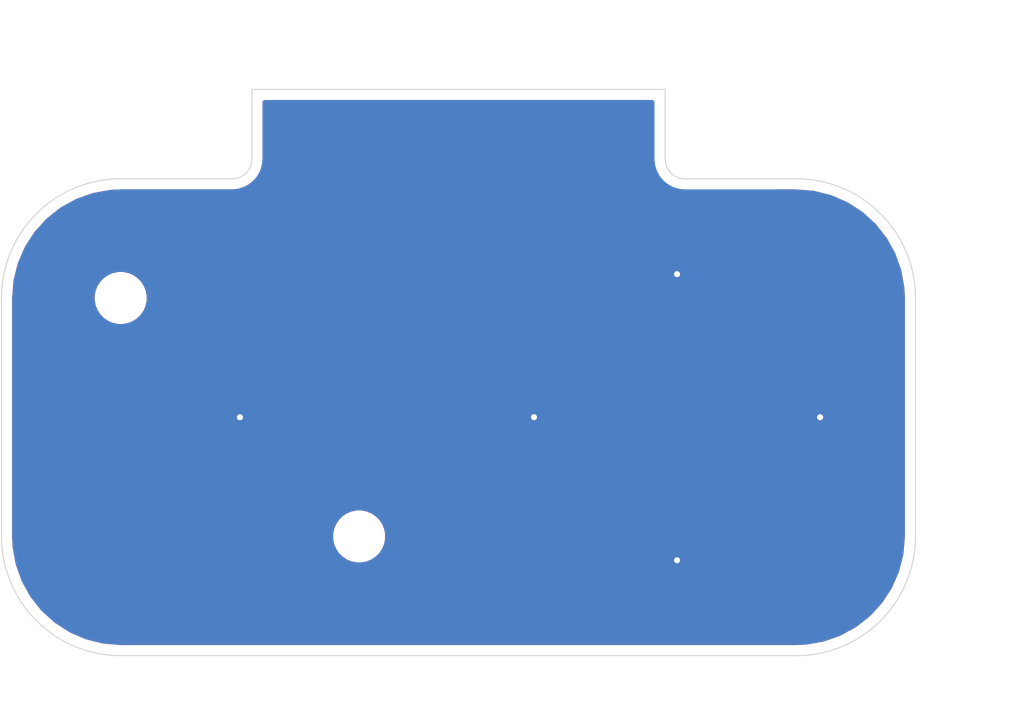
<source format=kicad_pcb>
(kicad_pcb (version 20171130) (host pcbnew "(5.1.9-0-10_14)")

  (general
    (thickness 1.6)
    (drawings 17)
    (tracks 97)
    (zones 0)
    (modules 6)
    (nets 9)
  )

  (page A4)
  (title_block
    (title "Breadboard Controller")
    (date 2020-08-24)
    (rev 2.0)
    (company https://github.com/KimiakiK)
  )

  (layers
    (0 F.Cu signal)
    (31 B.Cu signal)
    (32 B.Adhes user)
    (33 F.Adhes user)
    (34 B.Paste user)
    (35 F.Paste user)
    (36 B.SilkS user)
    (37 F.SilkS user)
    (38 B.Mask user)
    (39 F.Mask user)
    (40 Dwgs.User user)
    (41 Cmts.User user)
    (42 Eco1.User user)
    (43 Eco2.User user)
    (44 Edge.Cuts user)
    (45 Margin user)
    (46 B.CrtYd user)
    (47 F.CrtYd user)
    (48 B.Fab user)
    (49 F.Fab user)
  )

  (setup
    (last_trace_width 0.3048)
    (trace_clearance 0.3048)
    (zone_clearance 0.508)
    (zone_45_only no)
    (trace_min 0.1524)
    (via_size 0.6096)
    (via_drill 0.3048)
    (via_min_size 0.6096)
    (via_min_drill 0.3048)
    (uvia_size 0.3)
    (uvia_drill 0.1)
    (uvias_allowed no)
    (uvia_min_size 0.2)
    (uvia_min_drill 0.1)
    (edge_width 0.05)
    (segment_width 0.2)
    (pcb_text_width 0.3)
    (pcb_text_size 1.5 1.5)
    (mod_edge_width 0.12)
    (mod_text_size 1 1)
    (mod_text_width 0.15)
    (pad_size 1.524 1.524)
    (pad_drill 0.762)
    (pad_to_mask_clearance 0.051)
    (solder_mask_min_width 0.25)
    (aux_axis_origin 0 0)
    (visible_elements FFFFFF7F)
    (pcbplotparams
      (layerselection 0x010fc_ffffffff)
      (usegerberextensions true)
      (usegerberattributes false)
      (usegerberadvancedattributes false)
      (creategerberjobfile false)
      (excludeedgelayer true)
      (linewidth 0.100000)
      (plotframeref false)
      (viasonmask false)
      (mode 1)
      (useauxorigin false)
      (hpglpennumber 1)
      (hpglpenspeed 20)
      (hpglpendiameter 15.000000)
      (psnegative false)
      (psa4output false)
      (plotreference true)
      (plotvalue true)
      (plotinvisibletext false)
      (padsonsilk false)
      (subtractmaskfromsilk false)
      (outputformat 1)
      (mirror false)
      (drillshape 0)
      (scaleselection 1)
      (outputdirectory "BreadboardController/"))
  )

  (net 0 "")
  (net 1 GND)
  (net 2 /SW1)
  (net 3 /RV1)
  (net 4 /RV2)
  (net 5 /SW4)
  (net 6 /SW3)
  (net 7 /SW2)
  (net 8 VCC)

  (net_class Default "これはデフォルトのネット クラスです。"
    (clearance 0.3048)
    (trace_width 0.3048)
    (via_dia 0.6096)
    (via_drill 0.3048)
    (uvia_dia 0.3)
    (uvia_drill 0.1)
    (diff_pair_width 0.3048)
    (diff_pair_gap 0.3048)
    (add_net /RV1)
    (add_net /RV2)
    (add_net /SW1)
    (add_net /SW2)
    (add_net /SW3)
    (add_net /SW4)
    (add_net GND)
    (add_net VCC)
  )

  (module BreadboardController:SW_SMD (layer F.Cu) (tedit 5F44F51F) (tstamp 5E98A0FA)
    (at 158.2 90 270)
    (path /5E98AA4F)
    (fp_text reference SW1 (at 0 4.2) (layer F.SilkS) hide
      (effects (font (size 1.4 1.4) (thickness 0.2)))
    )
    (fp_text value SW_Push (at 0.2 4.4 90) (layer F.Fab) hide
      (effects (font (size 1 1) (thickness 0.15)))
    )
    (fp_line (start 3.1 -3.1) (end 3.1 3.1) (layer F.Fab) (width 0.1))
    (fp_line (start -3.1 -3.1) (end 3.1 -3.1) (layer F.Fab) (width 0.1))
    (fp_line (start -3.1 3.1) (end -3.1 -3.1) (layer F.Fab) (width 0.1))
    (fp_line (start 3.1 3.1) (end -3.1 3.1) (layer F.Fab) (width 0.1))
    (fp_circle (center 0 0) (end 1.5 0) (layer F.Fab) (width 0.1))
    (pad 2 smd rect (at 2.8 -2 270) (size 2 1.2) (layers F.Cu F.Paste F.Mask)
      (net 1 GND))
    (pad 1 smd rect (at 2.8 2 270) (size 2 1.2) (layers F.Cu F.Paste F.Mask)
      (net 2 /SW1))
    (pad 2 smd rect (at -2.8 -2 270) (size 2 1.2) (layers F.Cu F.Paste F.Mask)
      (net 1 GND))
    (pad 1 smd rect (at -2.8 2 270) (size 2 1.2) (layers F.Cu F.Paste F.Mask)
      (net 2 /SW1))
  )

  (module BreadboardController:SW_SMD (layer F.Cu) (tedit 5F44F51F) (tstamp 5E98A113)
    (at 151 97.2 180)
    (path /5E98B059)
    (fp_text reference SW2 (at 0 4.4 180) (layer F.SilkS) hide
      (effects (font (size 1.4 1.4) (thickness 0.2)))
    )
    (fp_text value SW_Push (at 0.2 4.4) (layer F.Fab) hide
      (effects (font (size 1 1) (thickness 0.15)))
    )
    (fp_line (start 3.1 -3.1) (end 3.1 3.1) (layer F.Fab) (width 0.1))
    (fp_line (start -3.1 -3.1) (end 3.1 -3.1) (layer F.Fab) (width 0.1))
    (fp_line (start -3.1 3.1) (end -3.1 -3.1) (layer F.Fab) (width 0.1))
    (fp_line (start 3.1 3.1) (end -3.1 3.1) (layer F.Fab) (width 0.1))
    (fp_circle (center 0 0) (end 1.5 0) (layer F.Fab) (width 0.1))
    (pad 2 smd rect (at 2.8 -2 180) (size 2 1.2) (layers F.Cu F.Paste F.Mask)
      (net 1 GND))
    (pad 1 smd rect (at 2.8 2 180) (size 2 1.2) (layers F.Cu F.Paste F.Mask)
      (net 7 /SW2))
    (pad 2 smd rect (at -2.8 -2 180) (size 2 1.2) (layers F.Cu F.Paste F.Mask)
      (net 1 GND))
    (pad 1 smd rect (at -2.8 2 180) (size 2 1.2) (layers F.Cu F.Paste F.Mask)
      (net 7 /SW2))
  )

  (module BreadboardController:SW_SMD (layer F.Cu) (tedit 5F44F51F) (tstamp 5E98A12C)
    (at 143.8 90 90)
    (path /5E98D870)
    (fp_text reference SW3 (at 0 4.2 180) (layer F.SilkS) hide
      (effects (font (size 1.4 1.4) (thickness 0.2)))
    )
    (fp_text value SW_Push (at 0.2 4.4 90) (layer F.Fab) hide
      (effects (font (size 1 1) (thickness 0.15)))
    )
    (fp_line (start 3.1 -3.1) (end 3.1 3.1) (layer F.Fab) (width 0.1))
    (fp_line (start -3.1 -3.1) (end 3.1 -3.1) (layer F.Fab) (width 0.1))
    (fp_line (start -3.1 3.1) (end -3.1 -3.1) (layer F.Fab) (width 0.1))
    (fp_line (start 3.1 3.1) (end -3.1 3.1) (layer F.Fab) (width 0.1))
    (fp_circle (center 0 0) (end 1.5 0) (layer F.Fab) (width 0.1))
    (pad 2 smd rect (at 2.8 -2 90) (size 2 1.2) (layers F.Cu F.Paste F.Mask)
      (net 1 GND))
    (pad 1 smd rect (at 2.8 2 90) (size 2 1.2) (layers F.Cu F.Paste F.Mask)
      (net 6 /SW3))
    (pad 2 smd rect (at -2.8 -2 90) (size 2 1.2) (layers F.Cu F.Paste F.Mask)
      (net 1 GND))
    (pad 1 smd rect (at -2.8 2 90) (size 2 1.2) (layers F.Cu F.Paste F.Mask)
      (net 6 /SW3))
  )

  (module BreadboardController:SW_SMD (layer F.Cu) (tedit 5F44F51F) (tstamp 5E98A145)
    (at 151 82.8)
    (path /5E98DE77)
    (fp_text reference SW4 (at 0 4.4) (layer F.SilkS) hide
      (effects (font (size 1.4 1.4) (thickness 0.2)))
    )
    (fp_text value SW_Push (at 0.2 4.4) (layer F.Fab) hide
      (effects (font (size 1 1) (thickness 0.15)))
    )
    (fp_line (start 3.1 -3.1) (end 3.1 3.1) (layer F.Fab) (width 0.1))
    (fp_line (start -3.1 -3.1) (end 3.1 -3.1) (layer F.Fab) (width 0.1))
    (fp_line (start -3.1 3.1) (end -3.1 -3.1) (layer F.Fab) (width 0.1))
    (fp_line (start 3.1 3.1) (end -3.1 3.1) (layer F.Fab) (width 0.1))
    (fp_circle (center 0 0) (end 1.5 0) (layer F.Fab) (width 0.1))
    (pad 2 smd rect (at 2.8 -2) (size 2 1.2) (layers F.Cu F.Paste F.Mask)
      (net 1 GND))
    (pad 1 smd rect (at 2.8 2) (size 2 1.2) (layers F.Cu F.Paste F.Mask)
      (net 5 /SW4))
    (pad 2 smd rect (at -2.8 -2) (size 2 1.2) (layers F.Cu F.Paste F.Mask)
      (net 1 GND))
    (pad 1 smd rect (at -2.8 2) (size 2 1.2) (layers F.Cu F.Paste F.Mask)
      (net 5 /SW4))
  )

  (module BreadboardController:Connecter_SMD_8pin (layer F.Cu) (tedit 5F44F028) (tstamp 5E98A0CB)
    (at 140 76 270)
    (path /5E9861CB)
    (fp_text reference J1 (at 0 -2.6 90) (layer F.SilkS) hide
      (effects (font (size 1 1) (thickness 0.15)))
    )
    (fp_text value Connector (at 0.2 12.816 90) (layer F.Fab) hide
      (effects (font (size 1 1) (thickness 0.15)))
    )
    (pad 7 smd rect (at 0 -6.35 270) (size 2.799999 1) (layers F.Cu F.Paste F.Mask)
      (net 7 /SW2))
    (pad 6 smd rect (at 0 -3.81 270) (size 2.799999 1) (layers F.Cu F.Paste F.Mask)
      (net 6 /SW3))
    (pad 5 smd rect (at 0 -1.27 270) (size 2.799999 1) (layers F.Cu F.Paste F.Mask)
      (net 5 /SW4))
    (pad 4 smd rect (at 0 1.27 270) (size 2.799999 1) (layers F.Cu F.Paste F.Mask)
      (net 4 /RV2))
    (pad 3 smd rect (at 0 3.81 270) (size 2.799999 1) (layers F.Cu F.Paste F.Mask)
      (net 3 /RV1))
    (pad 2 smd rect (at 0 6.35 270) (size 2.799999 1) (layers F.Cu F.Paste F.Mask)
      (net 8 VCC))
    (pad 1 smd rect (at 0 8.89 270) (size 2.799999 1) (layers F.Cu F.Paste F.Mask)
      (net 1 GND))
    (pad 8 smd rect (at 0 -8.89 270) (size 2.799999 1) (layers F.Cu F.Paste F.Mask)
      (net 2 /SW1))
  )

  (module BreadboardController:AnalogJoyStick (layer F.Cu) (tedit 5F44EF01) (tstamp 5E98A0E1)
    (at 129 90)
    (path /5E984B36)
    (fp_text reference RV1 (at 0 9.6) (layer F.SilkS) hide
      (effects (font (size 1 1) (thickness 0.15)))
    )
    (fp_text value AnalogJoyStick (at 0 0) (layer F.Fab) hide
      (effects (font (size 1 1) (thickness 0.15)))
    )
    (fp_line (start -8.75 8.75) (end 8.75 8.75) (layer F.Fab) (width 0.1))
    (fp_line (start -8.75 -8.75) (end 8.75 -8.75) (layer F.Fab) (width 0.1))
    (fp_line (start -8.75 -8.75) (end -8.75 8.75) (layer F.Fab) (width 0.1))
    (fp_line (start 8.75 -8.75) (end 8.75 8.75) (layer F.Fab) (width 0.1))
    (pad "" np_thru_hole circle (at 6 6) (size 1.6 1.6) (drill 1.6) (layers *.Cu *.Mask))
    (pad "" np_thru_hole circle (at -6 -6) (size 1.6 1.6) (drill 1.6) (layers *.Cu *.Mask))
    (pad 6 smd rect (at 8.6 -2) (size 2 1) (layers F.Cu F.Paste F.Mask)
      (net 1 GND))
    (pad 5 smd rect (at 8.6 0) (size 2 1) (layers F.Cu F.Paste F.Mask)
      (net 4 /RV2))
    (pad 4 smd rect (at 8.6 2) (size 2 1) (layers F.Cu F.Paste F.Mask)
      (net 8 VCC))
    (pad 3 smd rect (at -2 -8.6) (size 1 2) (layers F.Cu F.Paste F.Mask)
      (net 1 GND))
    (pad 2 smd rect (at 0 -8.6) (size 1 2) (layers F.Cu F.Paste F.Mask)
      (net 3 /RV1))
    (pad 1 smd rect (at 2 -8.6) (size 1 2) (layers F.Cu F.Paste F.Mask)
      (net 8 VCC))
  )

  (dimension 20.8 (width 0.15) (layer Dwgs.User)
    (gr_text "20.800 mm" (at 140 69.7) (layer Dwgs.User)
      (effects (font (size 1 1) (thickness 0.15)))
    )
    (feature1 (pts (xy 150.4 72.9) (xy 150.4 70.413579)))
    (feature2 (pts (xy 129.6 72.9) (xy 129.6 70.413579)))
    (crossbar (pts (xy 129.6 71) (xy 150.4 71)))
    (arrow1a (pts (xy 150.4 71) (xy 149.273496 71.586421)))
    (arrow1b (pts (xy 150.4 71) (xy 149.273496 70.413579)))
    (arrow2a (pts (xy 129.6 71) (xy 130.726504 71.586421)))
    (arrow2b (pts (xy 129.6 71) (xy 130.726504 70.413579)))
  )
  (gr_line (start 117 84) (end 117 96) (layer Edge.Cuts) (width 0.05) (tstamp 5E98A469))
  (gr_line (start 157 102) (end 123 102) (layer Edge.Cuts) (width 0.05) (tstamp 5E98A468))
  (gr_line (start 163 84) (end 163 96) (layer Edge.Cuts) (width 0.05) (tstamp 5E98A467))
  (gr_line (start 151.4 78) (end 157 78) (layer Edge.Cuts) (width 0.05) (tstamp 5E98A462))
  (gr_line (start 150.4 73.5) (end 150.4 77) (layer Edge.Cuts) (width 0.05) (tstamp 5E98A461))
  (gr_line (start 129.6 73.5) (end 150.4 73.5) (layer Edge.Cuts) (width 0.05) (tstamp 5E98A460))
  (gr_line (start 129.6 77) (end 129.6 73.5) (layer Edge.Cuts) (width 0.05) (tstamp 5E98A45F))
  (gr_line (start 123 78) (end 128.6 78) (layer Edge.Cuts) (width 0.05) (tstamp 5E98A45E))
  (gr_arc (start 128.6 77) (end 128.6 78) (angle -90) (layer Edge.Cuts) (width 0.05) (tstamp 5E98A44A))
  (gr_arc (start 151.4 77) (end 150.4 77) (angle -90) (layer Edge.Cuts) (width 0.05))
  (dimension 46 (width 0.15) (layer Dwgs.User) (tstamp 5E98A3EF)
    (gr_text "46.000 mm" (at 140 105.6) (layer Dwgs.User) (tstamp 5E98A3EF)
      (effects (font (size 1 1) (thickness 0.15)))
    )
    (feature1 (pts (xy 117 103) (xy 117 104.886421)))
    (feature2 (pts (xy 163 103) (xy 163 104.886421)))
    (crossbar (pts (xy 163 104.3) (xy 117 104.3)))
    (arrow1a (pts (xy 117 104.3) (xy 118.126504 103.713579)))
    (arrow1b (pts (xy 117 104.3) (xy 118.126504 104.886421)))
    (arrow2a (pts (xy 163 104.3) (xy 161.873496 103.713579)))
    (arrow2b (pts (xy 163 104.3) (xy 161.873496 104.886421)))
  )
  (gr_arc (start 157 84) (end 163 84) (angle -90) (layer Edge.Cuts) (width 0.05) (tstamp 5E98A3E8))
  (gr_arc (start 157 96) (end 157 102) (angle -90) (layer Edge.Cuts) (width 0.05) (tstamp 5E98A3E4))
  (gr_arc (start 123 84) (end 123 78) (angle -90) (layer Edge.Cuts) (width 0.05) (tstamp 5E98A3DF))
  (gr_arc (start 123 96) (end 117 96) (angle -90) (layer Edge.Cuts) (width 0.05))
  (dimension 28.5 (width 0.15) (layer Dwgs.User)
    (gr_text "28.500 mm" (at 167.1 87.75 270) (layer Dwgs.User)
      (effects (font (size 1 1) (thickness 0.15)))
    )
    (feature1 (pts (xy 164 102) (xy 166.386421 102)))
    (feature2 (pts (xy 164 73.5) (xy 166.386421 73.5)))
    (crossbar (pts (xy 165.8 73.5) (xy 165.8 102)))
    (arrow1a (pts (xy 165.8 102) (xy 165.213579 100.873496)))
    (arrow1b (pts (xy 165.8 102) (xy 166.386421 100.873496)))
    (arrow2a (pts (xy 165.8 73.5) (xy 165.213579 74.626504)))
    (arrow2b (pts (xy 165.8 73.5) (xy 166.386421 74.626504)))
  )

  (segment (start 141.8 88.5048) (end 141.8 92.8) (width 0.3048) (layer F.Cu) (net 1))
  (segment (start 141.8 87.2) (end 141.8 88.5048) (width 0.3048) (layer F.Cu) (net 1))
  (segment (start 152.4952 80.8) (end 148.2 80.8) (width 0.3048) (layer F.Cu) (net 1))
  (segment (start 153.8 80.8) (end 152.4952 80.8) (width 0.3048) (layer F.Cu) (net 1))
  (segment (start 148.2 99.2) (end 153.8 99.2) (width 0.3048) (layer F.Cu) (net 1))
  (segment (start 160.2 87.2) (end 160.2 92.8) (width 0.3048) (layer F.Cu) (net 1))
  (segment (start 129.481609 79.33319) (end 127.76201 79.33319) (width 0.3048) (layer F.Cu) (net 1))
  (segment (start 127 80.0952) (end 127 81.4) (width 0.3048) (layer F.Cu) (net 1))
  (segment (start 127.76201 79.33319) (end 127 80.0952) (width 0.3048) (layer F.Cu) (net 1))
  (segment (start 131.11 77.704799) (end 129.481609 79.33319) (width 0.3048) (layer F.Cu) (net 1))
  (segment (start 131.11 76) (end 131.11 77.704799) (width 0.3048) (layer F.Cu) (net 1))
  (via (at 129 90) (size 0.6096) (drill 0.3048) (layers F.Cu B.Cu) (net 1))
  (segment (start 127 88) (end 129 90) (width 0.3048) (layer F.Cu) (net 1))
  (segment (start 127 81.4) (end 127 88) (width 0.3048) (layer F.Cu) (net 1))
  (via (at 143.8 90) (size 0.6096) (drill 0.3048) (layers F.Cu B.Cu) (net 1))
  (segment (start 129 90) (end 143.8 90) (width 0.3048) (layer B.Cu) (net 1))
  (segment (start 142.7048 87.2) (end 141.8 87.2) (width 0.3048) (layer F.Cu) (net 1))
  (segment (start 143.8 88.2952) (end 142.7048 87.2) (width 0.3048) (layer F.Cu) (net 1))
  (segment (start 143.8 90) (end 143.8 88.2952) (width 0.3048) (layer F.Cu) (net 1))
  (via (at 151 82.8) (size 0.6096) (drill 0.3048) (layers F.Cu B.Cu) (net 1))
  (segment (start 143.8 90) (end 151 82.8) (width 0.3048) (layer B.Cu) (net 1))
  (segment (start 153.8 81.7048) (end 153.8 80.8) (width 0.3048) (layer F.Cu) (net 1))
  (segment (start 152.7048 82.8) (end 153.8 81.7048) (width 0.3048) (layer F.Cu) (net 1))
  (segment (start 151 82.8) (end 152.7048 82.8) (width 0.3048) (layer F.Cu) (net 1))
  (via (at 158.2 90) (size 0.6096) (drill 0.3048) (layers F.Cu B.Cu) (net 1))
  (segment (start 151 82.8) (end 158.2 90) (width 0.3048) (layer B.Cu) (net 1))
  (segment (start 158.2 91.7048) (end 159.2952 92.8) (width 0.3048) (layer F.Cu) (net 1))
  (segment (start 159.2952 92.8) (end 160.2 92.8) (width 0.3048) (layer F.Cu) (net 1))
  (segment (start 158.2 90) (end 158.2 91.7048) (width 0.3048) (layer F.Cu) (net 1))
  (via (at 151 97.2) (size 0.6096) (drill 0.3048) (layers F.Cu B.Cu) (net 1))
  (segment (start 158.2 90) (end 151 97.2) (width 0.3048) (layer B.Cu) (net 1))
  (segment (start 148.2 98.2952) (end 148.2 99.2) (width 0.3048) (layer F.Cu) (net 1))
  (segment (start 149.2952 97.2) (end 148.2 98.2952) (width 0.3048) (layer F.Cu) (net 1))
  (segment (start 151 97.2) (end 149.2952 97.2) (width 0.3048) (layer F.Cu) (net 1))
  (segment (start 151 97.2) (end 143.8 90) (width 0.3048) (layer B.Cu) (net 1))
  (segment (start 136.142799 88.152401) (end 136.2952 88) (width 0.3048) (layer F.Cu) (net 1))
  (segment (start 136.142799 90.865761) (end 136.142799 88.152401) (width 0.3048) (layer F.Cu) (net 1))
  (segment (start 136.2952 88) (end 137.6 88) (width 0.3048) (layer F.Cu) (net 1))
  (segment (start 138.880163 90.957201) (end 136.234239 90.957201) (width 0.3048) (layer F.Cu) (net 1))
  (segment (start 136.234239 90.957201) (end 136.142799 90.865761) (width 0.3048) (layer F.Cu) (net 1))
  (segment (start 139.057201 92.865761) (end 139.057201 91.134239) (width 0.3048) (layer F.Cu) (net 1))
  (segment (start 138.965761 92.957201) (end 139.057201 92.865761) (width 0.3048) (layer F.Cu) (net 1))
  (segment (start 131.957201 92.957201) (end 138.965761 92.957201) (width 0.3048) (layer F.Cu) (net 1))
  (segment (start 139.057201 91.134239) (end 138.880163 90.957201) (width 0.3048) (layer F.Cu) (net 1))
  (segment (start 129 90) (end 131.957201 92.957201) (width 0.3048) (layer F.Cu) (net 1))
  (segment (start 156.2 88.5048) (end 156.2 92.8) (width 0.3048) (layer F.Cu) (net 2))
  (segment (start 156.2 87.2) (end 156.2 88.5048) (width 0.3048) (layer F.Cu) (net 2))
  (segment (start 156.2 85.8952) (end 156.2 87.2) (width 0.3048) (layer F.Cu) (net 2))
  (segment (start 156.2 79.91492) (end 156.2 85.8952) (width 0.3048) (layer F.Cu) (net 2))
  (segment (start 150.31839 79.133189) (end 155.41827 79.13319) (width 0.3048) (layer F.Cu) (net 2))
  (segment (start 155.41827 79.13319) (end 156.2 79.91492) (width 0.3048) (layer F.Cu) (net 2))
  (segment (start 148.89 77.704799) (end 150.31839 79.133189) (width 0.3048) (layer F.Cu) (net 2))
  (segment (start 148.89 76) (end 148.89 77.704799) (width 0.3048) (layer F.Cu) (net 2))
  (segment (start 129 82.7048) (end 129 81.4) (width 0.3048) (layer F.Cu) (net 3))
  (segment (start 129.152401 82.857201) (end 129 82.7048) (width 0.3048) (layer F.Cu) (net 3))
  (segment (start 136.19 78.532962) (end 131.865761 82.857201) (width 0.3048) (layer F.Cu) (net 3))
  (segment (start 131.865761 82.857201) (end 129.152401 82.857201) (width 0.3048) (layer F.Cu) (net 3))
  (segment (start 136.19 76) (end 136.19 78.532962) (width 0.3048) (layer F.Cu) (net 3))
  (segment (start 138.9048 90) (end 137.6 90) (width 0.3048) (layer F.Cu) (net 4))
  (segment (start 139.057201 78.032) (end 139.057201 89.847599) (width 0.3048) (layer F.Cu) (net 4))
  (segment (start 138.73 77.704799) (end 139.057201 78.032) (width 0.3048) (layer F.Cu) (net 4))
  (segment (start 139.057201 89.847599) (end 138.9048 90) (width 0.3048) (layer F.Cu) (net 4))
  (segment (start 138.73 76) (end 138.73 77.704799) (width 0.3048) (layer F.Cu) (net 4))
  (segment (start 152.4952 84.8) (end 148.2 84.8) (width 0.3048) (layer F.Cu) (net 5))
  (segment (start 153.8 84.8) (end 152.4952 84.8) (width 0.3048) (layer F.Cu) (net 5))
  (segment (start 148.2 85.7048) (end 148.2 84.8) (width 0.3048) (layer F.Cu) (net 5))
  (segment (start 148.2 92.822962) (end 148.2 85.7048) (width 0.3048) (layer F.Cu) (net 5))
  (segment (start 146.765761 94.257201) (end 148.2 92.822962) (width 0.3048) (layer F.Cu) (net 5))
  (segment (start 140.742799 78.232) (end 140.742799 94.165761) (width 0.3048) (layer F.Cu) (net 5))
  (segment (start 140.742799 94.165761) (end 140.834239 94.257201) (width 0.3048) (layer F.Cu) (net 5))
  (segment (start 141.27 77.704799) (end 140.742799 78.232) (width 0.3048) (layer F.Cu) (net 5))
  (segment (start 140.834239 94.257201) (end 146.765761 94.257201) (width 0.3048) (layer F.Cu) (net 5))
  (segment (start 141.27 76) (end 141.27 77.704799) (width 0.3048) (layer F.Cu) (net 5))
  (segment (start 145.8 88.5048) (end 145.8 92.8) (width 0.3048) (layer F.Cu) (net 6))
  (segment (start 145.8 87.2) (end 145.8 88.5048) (width 0.3048) (layer F.Cu) (net 6))
  (segment (start 144.8952 87.2) (end 145.8 87.2) (width 0.3048) (layer F.Cu) (net 6))
  (segment (start 143.81 86.1148) (end 144.8952 87.2) (width 0.3048) (layer F.Cu) (net 6))
  (segment (start 143.81 76) (end 143.81 86.1148) (width 0.3048) (layer F.Cu) (net 6))
  (segment (start 148.2 95.2) (end 153.8 95.2) (width 0.3048) (layer F.Cu) (net 7))
  (segment (start 153.8 94.2952) (end 153.8 95.2) (width 0.3048) (layer F.Cu) (net 7))
  (segment (start 155.257201 85.765761) (end 153.8 87.222962) (width 0.3048) (layer F.Cu) (net 7))
  (segment (start 155.257201 79.834239) (end 155.257201 85.765761) (width 0.3048) (layer F.Cu) (net 7))
  (segment (start 155.165761 79.742799) (end 155.257201 79.834239) (width 0.3048) (layer F.Cu) (net 7))
  (segment (start 148.388 79.742799) (end 155.165761 79.742799) (width 0.3048) (layer F.Cu) (net 7))
  (segment (start 146.35 77.704799) (end 148.388 79.742799) (width 0.3048) (layer F.Cu) (net 7))
  (segment (start 153.8 87.222962) (end 153.8 94.2952) (width 0.3048) (layer F.Cu) (net 7))
  (segment (start 146.35 76) (end 146.35 77.704799) (width 0.3048) (layer F.Cu) (net 7))
  (segment (start 131.8048 81.4) (end 131 81.4) (width 0.3048) (layer F.Cu) (net 8))
  (segment (start 133.65 79.5548) (end 131.8048 81.4) (width 0.3048) (layer F.Cu) (net 8))
  (segment (start 133.65 76) (end 133.65 79.5548) (width 0.3048) (layer F.Cu) (net 8))
  (segment (start 131 80.0952) (end 131 81.4) (width 0.3048) (layer F.Cu) (net 8))
  (segment (start 130.847599 79.942799) (end 131 80.0952) (width 0.3048) (layer F.Cu) (net 8))
  (segment (start 128.134239 79.942799) (end 130.847599 79.942799) (width 0.3048) (layer F.Cu) (net 8))
  (segment (start 128.042799 80.034239) (end 128.134239 79.942799) (width 0.3048) (layer F.Cu) (net 8))
  (segment (start 128.042799 83.747599) (end 128.042799 80.034239) (width 0.3048) (layer F.Cu) (net 8))
  (segment (start 136.2952 92) (end 128.042799 83.747599) (width 0.3048) (layer F.Cu) (net 8))
  (segment (start 137.6 92) (end 136.2952 92) (width 0.3048) (layer F.Cu) (net 8))

  (zone (net 0) (net_name "") (layer F.Cu) (tstamp 0) (hatch edge 0.508)
    (connect_pads (clearance 0.508))
    (min_thickness 0.254)
    (keepout (tracks allowed) (vias allowed) (copperpour not_allowed))
    (fill (arc_segments 32) (thermal_gap 0.508) (thermal_bridge_width 0.508))
    (polygon
      (pts
        (xy 150.4 78) (xy 129.6 78) (xy 129.6 73.5) (xy 150.4 73.5)
      )
    )
  )
  (zone (net 1) (net_name GND) (layer F.Cu) (tstamp 5F44FBCB) (hatch edge 0.508)
    (connect_pads (clearance 0.508))
    (min_thickness 0.254)
    (fill yes (arc_segments 32) (thermal_gap 0.508) (thermal_bridge_width 0.508))
    (polygon
      (pts
        (xy 163 102) (xy 117 102) (xy 117 73) (xy 163 73)
      )
    )
    (filled_polygon
      (pts
        (xy 132.862601 79.228648) (xy 132.035834 80.055416) (xy 132.030537 80.045506) (xy 131.951185 79.948815) (xy 131.854494 79.869463)
        (xy 131.74418 79.810498) (xy 131.735685 79.807921) (xy 131.730982 79.792417) (xy 131.657866 79.655628) (xy 131.559469 79.535731)
        (xy 131.529428 79.511077) (xy 131.431726 79.413375) (xy 131.407068 79.38333) (xy 131.287171 79.284933) (xy 131.150382 79.211817)
        (xy 131.001956 79.166793) (xy 130.886272 79.155399) (xy 130.886262 79.155399) (xy 130.847599 79.151591) (xy 130.808936 79.155399)
        (xy 128.172904 79.155399) (xy 128.134239 79.151591) (xy 128.095574 79.155399) (xy 128.095566 79.155399) (xy 127.979882 79.166793)
        (xy 127.831456 79.211817) (xy 127.694667 79.284933) (xy 127.57477 79.38333) (xy 127.550114 79.413373) (xy 127.51337 79.450118)
        (xy 127.483331 79.47477) (xy 127.458678 79.50481) (xy 127.384934 79.594667) (xy 127.311817 79.731457) (xy 127.301712 79.764771)
        (xy 127.28575 79.765) (xy 127.127 79.92375) (xy 127.127 81.273) (xy 127.147 81.273) (xy 127.147 81.527)
        (xy 127.127 81.527) (xy 127.127 82.87625) (xy 127.255399 83.004649) (xy 127.255399 83.708936) (xy 127.251591 83.747599)
        (xy 127.255399 83.786262) (xy 127.255399 83.786271) (xy 127.266793 83.901955) (xy 127.311817 84.050381) (xy 127.384933 84.18717)
        (xy 127.48333 84.307068) (xy 127.513377 84.331727) (xy 135.711081 92.529433) (xy 135.735731 92.559469) (xy 135.765767 92.584119)
        (xy 135.765769 92.584121) (xy 135.829255 92.636222) (xy 135.855628 92.657866) (xy 135.992417 92.730982) (xy 136.007921 92.735685)
        (xy 136.010498 92.74418) (xy 136.069463 92.854494) (xy 136.148815 92.951185) (xy 136.245506 93.030537) (xy 136.35582 93.089502)
        (xy 136.475518 93.125812) (xy 136.6 93.138072) (xy 138.6 93.138072) (xy 138.724482 93.125812) (xy 138.84418 93.089502)
        (xy 138.954494 93.030537) (xy 139.051185 92.951185) (xy 139.130537 92.854494) (xy 139.189502 92.74418) (xy 139.225812 92.624482)
        (xy 139.238072 92.5) (xy 139.238072 91.5) (xy 139.225812 91.375518) (xy 139.189502 91.25582) (xy 139.130537 91.145506)
        (xy 139.051185 91.048815) (xy 138.991704 91) (xy 139.051185 90.951185) (xy 139.130537 90.854494) (xy 139.189502 90.74418)
        (xy 139.192079 90.735685) (xy 139.207583 90.730982) (xy 139.344372 90.657866) (xy 139.464269 90.559469) (xy 139.488927 90.529424)
        (xy 139.586627 90.431723) (xy 139.61667 90.407068) (xy 139.715067 90.287171) (xy 139.788183 90.150382) (xy 139.833207 90.001956)
        (xy 139.844601 89.886272) (xy 139.844601 89.886264) (xy 139.848409 89.847599) (xy 139.844601 89.808934) (xy 139.844601 78.127)
        (xy 139.961932 78.127) (xy 139.955399 78.193328) (xy 139.955399 78.193337) (xy 139.951591 78.232) (xy 139.955399 78.270663)
        (xy 139.9554 94.127088) (xy 139.951591 94.165761) (xy 139.966794 94.320118) (xy 140.011817 94.468543) (xy 140.051153 94.542134)
        (xy 140.084934 94.605333) (xy 140.183331 94.72523) (xy 140.21337 94.749882) (xy 140.250114 94.786627) (xy 140.27477 94.81667)
        (xy 140.394667 94.915067) (xy 140.531456 94.988183) (xy 140.679882 95.033207) (xy 140.795566 95.044601) (xy 140.795574 95.044601)
        (xy 140.834239 95.048409) (xy 140.872904 95.044601) (xy 146.561928 95.044601) (xy 146.561928 95.8) (xy 146.574188 95.924482)
        (xy 146.610498 96.04418) (xy 146.669463 96.154494) (xy 146.748815 96.251185) (xy 146.845506 96.330537) (xy 146.95582 96.389502)
        (xy 147.075518 96.425812) (xy 147.2 96.438072) (xy 149.2 96.438072) (xy 149.324482 96.425812) (xy 149.44418 96.389502)
        (xy 149.554494 96.330537) (xy 149.651185 96.251185) (xy 149.730537 96.154494) (xy 149.789502 96.04418) (xy 149.806726 95.9874)
        (xy 152.193274 95.9874) (xy 152.210498 96.04418) (xy 152.269463 96.154494) (xy 152.348815 96.251185) (xy 152.445506 96.330537)
        (xy 152.55582 96.389502) (xy 152.675518 96.425812) (xy 152.8 96.438072) (xy 154.8 96.438072) (xy 154.924482 96.425812)
        (xy 155.04418 96.389502) (xy 155.154494 96.330537) (xy 155.251185 96.251185) (xy 155.330537 96.154494) (xy 155.389502 96.04418)
        (xy 155.425812 95.924482) (xy 155.438072 95.8) (xy 155.438072 94.6) (xy 155.425812 94.475518) (xy 155.404168 94.404168)
        (xy 155.475518 94.425812) (xy 155.6 94.438072) (xy 156.8 94.438072) (xy 156.924482 94.425812) (xy 157.04418 94.389502)
        (xy 157.154494 94.330537) (xy 157.251185 94.251185) (xy 157.330537 94.154494) (xy 157.389502 94.04418) (xy 157.425812 93.924482)
        (xy 157.438072 93.8) (xy 158.961928 93.8) (xy 158.974188 93.924482) (xy 159.010498 94.04418) (xy 159.069463 94.154494)
        (xy 159.148815 94.251185) (xy 159.245506 94.330537) (xy 159.35582 94.389502) (xy 159.475518 94.425812) (xy 159.6 94.438072)
        (xy 159.91425 94.435) (xy 160.073 94.27625) (xy 160.073 92.927) (xy 160.327 92.927) (xy 160.327 94.27625)
        (xy 160.48575 94.435) (xy 160.8 94.438072) (xy 160.924482 94.425812) (xy 161.04418 94.389502) (xy 161.154494 94.330537)
        (xy 161.251185 94.251185) (xy 161.330537 94.154494) (xy 161.389502 94.04418) (xy 161.425812 93.924482) (xy 161.438072 93.8)
        (xy 161.435 93.08575) (xy 161.27625 92.927) (xy 160.327 92.927) (xy 160.073 92.927) (xy 159.12375 92.927)
        (xy 158.965 93.08575) (xy 158.961928 93.8) (xy 157.438072 93.8) (xy 157.438072 91.8) (xy 158.961928 91.8)
        (xy 158.965 92.51425) (xy 159.12375 92.673) (xy 160.073 92.673) (xy 160.073 91.32375) (xy 160.327 91.32375)
        (xy 160.327 92.673) (xy 161.27625 92.673) (xy 161.435 92.51425) (xy 161.438072 91.8) (xy 161.425812 91.675518)
        (xy 161.389502 91.55582) (xy 161.330537 91.445506) (xy 161.251185 91.348815) (xy 161.154494 91.269463) (xy 161.04418 91.210498)
        (xy 160.924482 91.174188) (xy 160.8 91.161928) (xy 160.48575 91.165) (xy 160.327 91.32375) (xy 160.073 91.32375)
        (xy 159.91425 91.165) (xy 159.6 91.161928) (xy 159.475518 91.174188) (xy 159.35582 91.210498) (xy 159.245506 91.269463)
        (xy 159.148815 91.348815) (xy 159.069463 91.445506) (xy 159.010498 91.55582) (xy 158.974188 91.675518) (xy 158.961928 91.8)
        (xy 157.438072 91.8) (xy 157.425812 91.675518) (xy 157.389502 91.55582) (xy 157.330537 91.445506) (xy 157.251185 91.348815)
        (xy 157.154494 91.269463) (xy 157.04418 91.210498) (xy 156.9874 91.193274) (xy 156.9874 88.806726) (xy 157.04418 88.789502)
        (xy 157.154494 88.730537) (xy 157.251185 88.651185) (xy 157.330537 88.554494) (xy 157.389502 88.44418) (xy 157.425812 88.324482)
        (xy 157.438072 88.2) (xy 158.961928 88.2) (xy 158.974188 88.324482) (xy 159.010498 88.44418) (xy 159.069463 88.554494)
        (xy 159.148815 88.651185) (xy 159.245506 88.730537) (xy 159.35582 88.789502) (xy 159.475518 88.825812) (xy 159.6 88.838072)
        (xy 159.91425 88.835) (xy 160.073 88.67625) (xy 160.073 87.327) (xy 160.327 87.327) (xy 160.327 88.67625)
        (xy 160.48575 88.835) (xy 160.8 88.838072) (xy 160.924482 88.825812) (xy 161.04418 88.789502) (xy 161.154494 88.730537)
        (xy 161.251185 88.651185) (xy 161.330537 88.554494) (xy 161.389502 88.44418) (xy 161.425812 88.324482) (xy 161.438072 88.2)
        (xy 161.435 87.48575) (xy 161.27625 87.327) (xy 160.327 87.327) (xy 160.073 87.327) (xy 159.12375 87.327)
        (xy 158.965 87.48575) (xy 158.961928 88.2) (xy 157.438072 88.2) (xy 157.438072 86.2) (xy 158.961928 86.2)
        (xy 158.965 86.91425) (xy 159.12375 87.073) (xy 160.073 87.073) (xy 160.073 85.72375) (xy 160.327 85.72375)
        (xy 160.327 87.073) (xy 161.27625 87.073) (xy 161.435 86.91425) (xy 161.438072 86.2) (xy 161.425812 86.075518)
        (xy 161.389502 85.95582) (xy 161.330537 85.845506) (xy 161.251185 85.748815) (xy 161.154494 85.669463) (xy 161.04418 85.610498)
        (xy 160.924482 85.574188) (xy 160.8 85.561928) (xy 160.48575 85.565) (xy 160.327 85.72375) (xy 160.073 85.72375)
        (xy 159.91425 85.565) (xy 159.6 85.561928) (xy 159.475518 85.574188) (xy 159.35582 85.610498) (xy 159.245506 85.669463)
        (xy 159.148815 85.748815) (xy 159.069463 85.845506) (xy 159.010498 85.95582) (xy 158.974188 86.075518) (xy 158.961928 86.2)
        (xy 157.438072 86.2) (xy 157.425812 86.075518) (xy 157.389502 85.95582) (xy 157.330537 85.845506) (xy 157.251185 85.748815)
        (xy 157.154494 85.669463) (xy 157.04418 85.610498) (xy 156.9874 85.593274) (xy 156.9874 79.953582) (xy 156.991208 79.914919)
        (xy 156.9874 79.876256) (xy 156.9874 79.876247) (xy 156.976006 79.760563) (xy 156.930982 79.612137) (xy 156.857866 79.475348)
        (xy 156.812323 79.419854) (xy 156.784121 79.385489) (xy 156.784119 79.385487) (xy 156.759469 79.355451) (xy 156.729434 79.330802)
        (xy 156.05863 78.66) (xy 156.972911 78.66) (xy 157.871797 78.733902) (xy 158.720182 78.947001) (xy 159.522371 79.295803)
        (xy 160.256818 79.770938) (xy 160.903798 80.359646) (xy 161.445946 81.046125) (xy 161.868692 81.811928) (xy 162.160684 82.636491)
        (xy 162.316116 83.509076) (xy 162.34 84.015547) (xy 162.340001 95.972899) (xy 162.266098 96.871802) (xy 162.052999 97.72018)
        (xy 161.704197 98.522371) (xy 161.229062 99.256818) (xy 160.640354 99.903799) (xy 159.953875 100.445946) (xy 159.188076 100.868691)
        (xy 158.363514 101.160683) (xy 157.490925 101.316116) (xy 156.984453 101.34) (xy 123.027089 101.34) (xy 122.128198 101.266098)
        (xy 121.27982 101.052999) (xy 120.477629 100.704197) (xy 119.743182 100.229062) (xy 119.27165 99.8) (xy 146.561928 99.8)
        (xy 146.574188 99.924482) (xy 146.610498 100.04418) (xy 146.669463 100.154494) (xy 146.748815 100.251185) (xy 146.845506 100.330537)
        (xy 146.95582 100.389502) (xy 147.075518 100.425812) (xy 147.2 100.438072) (xy 147.91425 100.435) (xy 148.073 100.27625)
        (xy 148.073 99.327) (xy 148.327 99.327) (xy 148.327 100.27625) (xy 148.48575 100.435) (xy 149.2 100.438072)
        (xy 149.324482 100.425812) (xy 149.44418 100.389502) (xy 149.554494 100.330537) (xy 149.651185 100.251185) (xy 149.730537 100.154494)
        (xy 149.789502 100.04418) (xy 149.825812 99.924482) (xy 149.838072 99.8) (xy 152.161928 99.8) (xy 152.174188 99.924482)
        (xy 152.210498 100.04418) (xy 152.269463 100.154494) (xy 152.348815 100.251185) (xy 152.445506 100.330537) (xy 152.55582 100.389502)
        (xy 152.675518 100.425812) (xy 152.8 100.438072) (xy 153.51425 100.435) (xy 153.673 100.27625) (xy 153.673 99.327)
        (xy 153.927 99.327) (xy 153.927 100.27625) (xy 154.08575 100.435) (xy 154.8 100.438072) (xy 154.924482 100.425812)
        (xy 155.04418 100.389502) (xy 155.154494 100.330537) (xy 155.251185 100.251185) (xy 155.330537 100.154494) (xy 155.389502 100.04418)
        (xy 155.425812 99.924482) (xy 155.438072 99.8) (xy 155.435 99.48575) (xy 155.27625 99.327) (xy 153.927 99.327)
        (xy 153.673 99.327) (xy 152.32375 99.327) (xy 152.165 99.48575) (xy 152.161928 99.8) (xy 149.838072 99.8)
        (xy 149.835 99.48575) (xy 149.67625 99.327) (xy 148.327 99.327) (xy 148.073 99.327) (xy 146.72375 99.327)
        (xy 146.565 99.48575) (xy 146.561928 99.8) (xy 119.27165 99.8) (xy 119.096201 99.640354) (xy 118.554054 98.953875)
        (xy 118.358704 98.6) (xy 146.561928 98.6) (xy 146.565 98.91425) (xy 146.72375 99.073) (xy 148.073 99.073)
        (xy 148.073 98.12375) (xy 148.327 98.12375) (xy 148.327 99.073) (xy 149.67625 99.073) (xy 149.835 98.91425)
        (xy 149.838072 98.6) (xy 152.161928 98.6) (xy 152.165 98.91425) (xy 152.32375 99.073) (xy 153.673 99.073)
        (xy 153.673 98.12375) (xy 153.927 98.12375) (xy 153.927 99.073) (xy 155.27625 99.073) (xy 155.435 98.91425)
        (xy 155.438072 98.6) (xy 155.425812 98.475518) (xy 155.389502 98.35582) (xy 155.330537 98.245506) (xy 155.251185 98.148815)
        (xy 155.154494 98.069463) (xy 155.04418 98.010498) (xy 154.924482 97.974188) (xy 154.8 97.961928) (xy 154.08575 97.965)
        (xy 153.927 98.12375) (xy 153.673 98.12375) (xy 153.51425 97.965) (xy 152.8 97.961928) (xy 152.675518 97.974188)
        (xy 152.55582 98.010498) (xy 152.445506 98.069463) (xy 152.348815 98.148815) (xy 152.269463 98.245506) (xy 152.210498 98.35582)
        (xy 152.174188 98.475518) (xy 152.161928 98.6) (xy 149.838072 98.6) (xy 149.825812 98.475518) (xy 149.789502 98.35582)
        (xy 149.730537 98.245506) (xy 149.651185 98.148815) (xy 149.554494 98.069463) (xy 149.44418 98.010498) (xy 149.324482 97.974188)
        (xy 149.2 97.961928) (xy 148.48575 97.965) (xy 148.327 98.12375) (xy 148.073 98.12375) (xy 147.91425 97.965)
        (xy 147.2 97.961928) (xy 147.075518 97.974188) (xy 146.95582 98.010498) (xy 146.845506 98.069463) (xy 146.748815 98.148815)
        (xy 146.669463 98.245506) (xy 146.610498 98.35582) (xy 146.574188 98.475518) (xy 146.561928 98.6) (xy 118.358704 98.6)
        (xy 118.131309 98.188076) (xy 117.839317 97.363514) (xy 117.683884 96.490925) (xy 117.66 95.984453) (xy 117.66 95.858665)
        (xy 133.565 95.858665) (xy 133.565 96.141335) (xy 133.620147 96.418574) (xy 133.72832 96.679727) (xy 133.885363 96.914759)
        (xy 134.085241 97.114637) (xy 134.320273 97.27168) (xy 134.581426 97.379853) (xy 134.858665 97.435) (xy 135.141335 97.435)
        (xy 135.418574 97.379853) (xy 135.679727 97.27168) (xy 135.914759 97.114637) (xy 136.114637 96.914759) (xy 136.27168 96.679727)
        (xy 136.379853 96.418574) (xy 136.435 96.141335) (xy 136.435 95.858665) (xy 136.379853 95.581426) (xy 136.27168 95.320273)
        (xy 136.114637 95.085241) (xy 135.914759 94.885363) (xy 135.679727 94.72832) (xy 135.418574 94.620147) (xy 135.141335 94.565)
        (xy 134.858665 94.565) (xy 134.581426 94.620147) (xy 134.320273 94.72832) (xy 134.085241 94.885363) (xy 133.885363 95.085241)
        (xy 133.72832 95.320273) (xy 133.620147 95.581426) (xy 133.565 95.858665) (xy 117.66 95.858665) (xy 117.66 84.027089)
        (xy 117.673846 83.858665) (xy 121.565 83.858665) (xy 121.565 84.141335) (xy 121.620147 84.418574) (xy 121.72832 84.679727)
        (xy 121.885363 84.914759) (xy 122.085241 85.114637) (xy 122.320273 85.27168) (xy 122.581426 85.379853) (xy 122.858665 85.435)
        (xy 123.141335 85.435) (xy 123.418574 85.379853) (xy 123.679727 85.27168) (xy 123.914759 85.114637) (xy 124.114637 84.914759)
        (xy 124.27168 84.679727) (xy 124.379853 84.418574) (xy 124.435 84.141335) (xy 124.435 83.858665) (xy 124.379853 83.581426)
        (xy 124.27168 83.320273) (xy 124.114637 83.085241) (xy 123.914759 82.885363) (xy 123.679727 82.72832) (xy 123.418574 82.620147)
        (xy 123.141335 82.565) (xy 122.858665 82.565) (xy 122.581426 82.620147) (xy 122.320273 82.72832) (xy 122.085241 82.885363)
        (xy 121.885363 83.085241) (xy 121.72832 83.320273) (xy 121.620147 83.581426) (xy 121.565 83.858665) (xy 117.673846 83.858665)
        (xy 117.733902 83.128203) (xy 117.916813 82.4) (xy 125.861928 82.4) (xy 125.874188 82.524482) (xy 125.910498 82.64418)
        (xy 125.969463 82.754494) (xy 126.048815 82.851185) (xy 126.145506 82.930537) (xy 126.25582 82.989502) (xy 126.375518 83.025812)
        (xy 126.5 83.038072) (xy 126.71425 83.035) (xy 126.873 82.87625) (xy 126.873 81.527) (xy 126.02375 81.527)
        (xy 125.865 81.68575) (xy 125.861928 82.4) (xy 117.916813 82.4) (xy 117.947001 82.279818) (xy 118.295803 81.477629)
        (xy 118.770938 80.743182) (xy 119.08321 80.4) (xy 125.861928 80.4) (xy 125.865 81.11425) (xy 126.02375 81.273)
        (xy 126.873 81.273) (xy 126.873 79.92375) (xy 126.71425 79.765) (xy 126.5 79.761928) (xy 126.375518 79.774188)
        (xy 126.25582 79.810498) (xy 126.145506 79.869463) (xy 126.048815 79.948815) (xy 125.969463 80.045506) (xy 125.910498 80.15582)
        (xy 125.874188 80.275518) (xy 125.861928 80.4) (xy 119.08321 80.4) (xy 119.359646 80.096202) (xy 120.046125 79.554054)
        (xy 120.811928 79.131308) (xy 121.636491 78.839316) (xy 122.509076 78.683884) (xy 123.015547 78.66) (xy 128.632419 78.66)
        (xy 128.660674 78.657217) (xy 128.666801 78.65726) (xy 128.675972 78.65636) (xy 128.870069 78.635959) (xy 128.928658 78.623932)
        (xy 128.987423 78.612723) (xy 128.996245 78.610059) (xy 129.182683 78.552347) (xy 129.237838 78.529162) (xy 129.293291 78.506758)
        (xy 129.301427 78.502432) (xy 129.473104 78.409607) (xy 129.522699 78.376154) (xy 129.572753 78.3434) (xy 129.579894 78.337576)
        (xy 129.730272 78.213172) (xy 129.772411 78.170737) (xy 129.815161 78.128874) (xy 129.816711 78.127) (xy 132.862601 78.127)
      )
    )
    (filled_polygon
      (pts
        (xy 143.022601 86.064933) (xy 142.989502 85.95582) (xy 142.930537 85.845506) (xy 142.851185 85.748815) (xy 142.754494 85.669463)
        (xy 142.64418 85.610498) (xy 142.524482 85.574188) (xy 142.4 85.561928) (xy 142.08575 85.565) (xy 141.927 85.72375)
        (xy 141.927 87.073) (xy 142.87625 87.073) (xy 143.035 86.91425) (xy 143.037722 86.281443) (xy 143.079018 86.417582)
        (xy 143.118785 86.49198) (xy 143.152135 86.554372) (xy 143.250532 86.674269) (xy 143.280573 86.698923) (xy 144.311081 87.729433)
        (xy 144.335731 87.759469) (xy 144.365767 87.784119) (xy 144.36577 87.784122) (xy 144.442307 87.846934) (xy 144.455628 87.857866)
        (xy 144.561928 87.914685) (xy 144.561928 88.2) (xy 144.574188 88.324482) (xy 144.610498 88.44418) (xy 144.669463 88.554494)
        (xy 144.748815 88.651185) (xy 144.845506 88.730537) (xy 144.95582 88.789502) (xy 145.0126 88.806726) (xy 145.012601 91.193274)
        (xy 144.95582 91.210498) (xy 144.845506 91.269463) (xy 144.748815 91.348815) (xy 144.669463 91.445506) (xy 144.610498 91.55582)
        (xy 144.574188 91.675518) (xy 144.561928 91.8) (xy 144.561928 93.469801) (xy 143.036652 93.469801) (xy 143.035 93.08575)
        (xy 142.87625 92.927) (xy 141.927 92.927) (xy 141.927 92.947) (xy 141.673 92.947) (xy 141.673 92.927)
        (xy 141.653 92.927) (xy 141.653 92.673) (xy 141.673 92.673) (xy 141.673 91.32375) (xy 141.927 91.32375)
        (xy 141.927 92.673) (xy 142.87625 92.673) (xy 143.035 92.51425) (xy 143.038072 91.8) (xy 143.025812 91.675518)
        (xy 142.989502 91.55582) (xy 142.930537 91.445506) (xy 142.851185 91.348815) (xy 142.754494 91.269463) (xy 142.64418 91.210498)
        (xy 142.524482 91.174188) (xy 142.4 91.161928) (xy 142.08575 91.165) (xy 141.927 91.32375) (xy 141.673 91.32375)
        (xy 141.530199 91.180949) (xy 141.530199 88.819051) (xy 141.673 88.67625) (xy 141.673 87.327) (xy 141.927 87.327)
        (xy 141.927 88.67625) (xy 142.08575 88.835) (xy 142.4 88.838072) (xy 142.524482 88.825812) (xy 142.64418 88.789502)
        (xy 142.754494 88.730537) (xy 142.851185 88.651185) (xy 142.930537 88.554494) (xy 142.989502 88.44418) (xy 143.025812 88.324482)
        (xy 143.038072 88.2) (xy 143.035 87.48575) (xy 142.87625 87.327) (xy 141.927 87.327) (xy 141.673 87.327)
        (xy 141.653 87.327) (xy 141.653 87.073) (xy 141.673 87.073) (xy 141.673 85.72375) (xy 141.530199 85.580949)
        (xy 141.530199 78.55815) (xy 141.799422 78.288927) (xy 141.829469 78.264268) (xy 141.907831 78.168784) (xy 141.927866 78.144372)
        (xy 141.937152 78.127) (xy 143.0226 78.127)
      )
    )
    (filled_polygon
      (pts
        (xy 138.072135 78.144371) (xy 138.170532 78.264268) (xy 138.200572 78.288922) (xy 138.269801 78.35815) (xy 138.269802 86.863348)
        (xy 137.88575 86.865) (xy 137.727 87.02375) (xy 137.727 87.873) (xy 137.747 87.873) (xy 137.747 88.127)
        (xy 137.727 88.127) (xy 137.727 88.147) (xy 137.473 88.147) (xy 137.473 88.127) (xy 136.12375 88.127)
        (xy 135.965 88.28575) (xy 135.961928 88.5) (xy 135.974188 88.624482) (xy 136.010498 88.74418) (xy 136.069463 88.854494)
        (xy 136.148815 88.951185) (xy 136.208296 89) (xy 136.148815 89.048815) (xy 136.069463 89.145506) (xy 136.010498 89.25582)
        (xy 135.974188 89.375518) (xy 135.961928 89.5) (xy 135.961928 90.5) (xy 135.967737 90.558986) (xy 132.908751 87.5)
        (xy 135.961928 87.5) (xy 135.965 87.71425) (xy 136.12375 87.873) (xy 137.473 87.873) (xy 137.473 87.02375)
        (xy 137.31425 86.865) (xy 136.6 86.861928) (xy 136.475518 86.874188) (xy 136.35582 86.910498) (xy 136.245506 86.969463)
        (xy 136.148815 87.048815) (xy 136.069463 87.145506) (xy 136.010498 87.25582) (xy 135.974188 87.375518) (xy 135.961928 87.5)
        (xy 132.908751 87.5) (xy 129.046755 83.638005) (xy 129.113728 83.644601) (xy 129.113736 83.644601) (xy 129.152401 83.648409)
        (xy 129.191066 83.644601) (xy 131.827098 83.644601) (xy 131.865761 83.648409) (xy 131.904424 83.644601) (xy 131.904434 83.644601)
        (xy 132.020118 83.633207) (xy 132.168544 83.588183) (xy 132.305333 83.515067) (xy 132.42523 83.41667) (xy 132.449889 83.386623)
        (xy 136.719433 79.117081) (xy 136.749469 79.092431) (xy 136.778914 79.056553) (xy 136.842696 78.978834) (xy 136.847866 78.972534)
        (xy 136.920982 78.835745) (xy 136.966006 78.687319) (xy 136.9774 78.571635) (xy 136.9774 78.571626) (xy 136.981208 78.532963)
        (xy 136.9774 78.4943) (xy 136.9774 78.127) (xy 138.06285 78.127)
      )
    )
    (filled_polygon
      (pts
        (xy 145.692135 78.144371) (xy 145.790532 78.264268) (xy 145.820573 78.288922) (xy 147.103119 79.57147) (xy 147.075518 79.574188)
        (xy 146.95582 79.610498) (xy 146.845506 79.669463) (xy 146.748815 79.748815) (xy 146.669463 79.845506) (xy 146.610498 79.95582)
        (xy 146.574188 80.075518) (xy 146.561928 80.2) (xy 146.565 80.51425) (xy 146.72375 80.673) (xy 148.073 80.673)
        (xy 148.073 80.653) (xy 148.327 80.653) (xy 148.327 80.673) (xy 149.67625 80.673) (xy 149.819051 80.530199)
        (xy 152.180949 80.530199) (xy 152.32375 80.673) (xy 153.673 80.673) (xy 153.673 80.653) (xy 153.927 80.653)
        (xy 153.927 80.673) (xy 153.947 80.673) (xy 153.947 80.927) (xy 153.927 80.927) (xy 153.927 81.87625)
        (xy 154.08575 82.035) (xy 154.469801 82.036652) (xy 154.469802 83.561928) (xy 152.8 83.561928) (xy 152.675518 83.574188)
        (xy 152.55582 83.610498) (xy 152.445506 83.669463) (xy 152.348815 83.748815) (xy 152.269463 83.845506) (xy 152.210498 83.95582)
        (xy 152.193274 84.0126) (xy 149.806726 84.0126) (xy 149.789502 83.95582) (xy 149.730537 83.845506) (xy 149.651185 83.748815)
        (xy 149.554494 83.669463) (xy 149.44418 83.610498) (xy 149.324482 83.574188) (xy 149.2 83.561928) (xy 147.2 83.561928)
        (xy 147.075518 83.574188) (xy 146.95582 83.610498) (xy 146.845506 83.669463) (xy 146.748815 83.748815) (xy 146.669463 83.845506)
        (xy 146.610498 83.95582) (xy 146.574188 84.075518) (xy 146.561928 84.2) (xy 146.561928 85.4) (xy 146.574188 85.524482)
        (xy 146.595832 85.595832) (xy 146.524482 85.574188) (xy 146.4 85.561928) (xy 145.2 85.561928) (xy 145.075518 85.574188)
        (xy 144.95582 85.610498) (xy 144.845506 85.669463) (xy 144.748815 85.748815) (xy 144.669463 85.845506) (xy 144.664166 85.855416)
        (xy 144.5974 85.78865) (xy 144.5974 81.4) (xy 146.561928 81.4) (xy 146.574188 81.524482) (xy 146.610498 81.64418)
        (xy 146.669463 81.754494) (xy 146.748815 81.851185) (xy 146.845506 81.930537) (xy 146.95582 81.989502) (xy 147.075518 82.025812)
        (xy 147.2 82.038072) (xy 147.91425 82.035) (xy 148.073 81.87625) (xy 148.073 80.927) (xy 148.327 80.927)
        (xy 148.327 81.87625) (xy 148.48575 82.035) (xy 149.2 82.038072) (xy 149.324482 82.025812) (xy 149.44418 81.989502)
        (xy 149.554494 81.930537) (xy 149.651185 81.851185) (xy 149.730537 81.754494) (xy 149.789502 81.64418) (xy 149.825812 81.524482)
        (xy 149.838072 81.4) (xy 152.161928 81.4) (xy 152.174188 81.524482) (xy 152.210498 81.64418) (xy 152.269463 81.754494)
        (xy 152.348815 81.851185) (xy 152.445506 81.930537) (xy 152.55582 81.989502) (xy 152.675518 82.025812) (xy 152.8 82.038072)
        (xy 153.51425 82.035) (xy 153.673 81.87625) (xy 153.673 80.927) (xy 152.32375 80.927) (xy 152.165 81.08575)
        (xy 152.161928 81.4) (xy 149.838072 81.4) (xy 149.835 81.08575) (xy 149.67625 80.927) (xy 148.327 80.927)
        (xy 148.073 80.927) (xy 146.72375 80.927) (xy 146.565 81.08575) (xy 146.561928 81.4) (xy 144.5974 81.4)
        (xy 144.5974 78.127) (xy 145.68285 78.127)
      )
    )
  )
  (zone (net 1) (net_name GND) (layer B.Cu) (tstamp 5F44FBC8) (hatch edge 0.508)
    (connect_pads (clearance 0.508))
    (min_thickness 0.254)
    (fill yes (arc_segments 32) (thermal_gap 0.508) (thermal_bridge_width 0.508))
    (polygon
      (pts
        (xy 163 102) (xy 117 102) (xy 117 73) (xy 163 73)
      )
    )
    (filled_polygon
      (pts
        (xy 149.740001 77.032419) (xy 149.742783 77.060664) (xy 149.74274 77.066801) (xy 149.74364 77.075972) (xy 149.764041 77.270069)
        (xy 149.776068 77.328658) (xy 149.787277 77.387423) (xy 149.789941 77.396245) (xy 149.847653 77.582683) (xy 149.870838 77.637838)
        (xy 149.893242 77.693291) (xy 149.897568 77.701427) (xy 149.990393 77.873104) (xy 150.023846 77.922699) (xy 150.0566 77.972753)
        (xy 150.062424 77.979894) (xy 150.186828 78.130272) (xy 150.229263 78.172411) (xy 150.271126 78.215161) (xy 150.278227 78.221034)
        (xy 150.429469 78.344384) (xy 150.479277 78.377477) (xy 150.528651 78.411284) (xy 150.536757 78.415667) (xy 150.70908 78.507292)
        (xy 150.764392 78.53009) (xy 150.819366 78.553652) (xy 150.828169 78.556377) (xy 151.015006 78.612786) (xy 151.073686 78.624405)
        (xy 151.132196 78.636842) (xy 151.141361 78.637805) (xy 151.335594 78.65685) (xy 151.335598 78.65685) (xy 151.367581 78.66)
        (xy 156.972911 78.66) (xy 157.871797 78.733902) (xy 158.720182 78.947001) (xy 159.522371 79.295803) (xy 160.256818 79.770938)
        (xy 160.903798 80.359646) (xy 161.445946 81.046125) (xy 161.868692 81.811928) (xy 162.160684 82.636491) (xy 162.316116 83.509076)
        (xy 162.34 84.015547) (xy 162.340001 95.972899) (xy 162.266098 96.871802) (xy 162.052999 97.72018) (xy 161.704197 98.522371)
        (xy 161.229062 99.256818) (xy 160.640354 99.903799) (xy 159.953875 100.445946) (xy 159.188076 100.868691) (xy 158.363514 101.160683)
        (xy 157.490925 101.316116) (xy 156.984453 101.34) (xy 123.027089 101.34) (xy 122.128198 101.266098) (xy 121.27982 101.052999)
        (xy 120.477629 100.704197) (xy 119.743182 100.229062) (xy 119.096201 99.640354) (xy 118.554054 98.953875) (xy 118.131309 98.188076)
        (xy 117.839317 97.363514) (xy 117.683884 96.490925) (xy 117.66 95.984453) (xy 117.66 95.858665) (xy 133.565 95.858665)
        (xy 133.565 96.141335) (xy 133.620147 96.418574) (xy 133.72832 96.679727) (xy 133.885363 96.914759) (xy 134.085241 97.114637)
        (xy 134.320273 97.27168) (xy 134.581426 97.379853) (xy 134.858665 97.435) (xy 135.141335 97.435) (xy 135.418574 97.379853)
        (xy 135.679727 97.27168) (xy 135.914759 97.114637) (xy 136.114637 96.914759) (xy 136.27168 96.679727) (xy 136.379853 96.418574)
        (xy 136.435 96.141335) (xy 136.435 95.858665) (xy 136.379853 95.581426) (xy 136.27168 95.320273) (xy 136.114637 95.085241)
        (xy 135.914759 94.885363) (xy 135.679727 94.72832) (xy 135.418574 94.620147) (xy 135.141335 94.565) (xy 134.858665 94.565)
        (xy 134.581426 94.620147) (xy 134.320273 94.72832) (xy 134.085241 94.885363) (xy 133.885363 95.085241) (xy 133.72832 95.320273)
        (xy 133.620147 95.581426) (xy 133.565 95.858665) (xy 117.66 95.858665) (xy 117.66 84.027089) (xy 117.673846 83.858665)
        (xy 121.565 83.858665) (xy 121.565 84.141335) (xy 121.620147 84.418574) (xy 121.72832 84.679727) (xy 121.885363 84.914759)
        (xy 122.085241 85.114637) (xy 122.320273 85.27168) (xy 122.581426 85.379853) (xy 122.858665 85.435) (xy 123.141335 85.435)
        (xy 123.418574 85.379853) (xy 123.679727 85.27168) (xy 123.914759 85.114637) (xy 124.114637 84.914759) (xy 124.27168 84.679727)
        (xy 124.379853 84.418574) (xy 124.435 84.141335) (xy 124.435 83.858665) (xy 124.379853 83.581426) (xy 124.27168 83.320273)
        (xy 124.114637 83.085241) (xy 123.914759 82.885363) (xy 123.679727 82.72832) (xy 123.418574 82.620147) (xy 123.141335 82.565)
        (xy 122.858665 82.565) (xy 122.581426 82.620147) (xy 122.320273 82.72832) (xy 122.085241 82.885363) (xy 121.885363 83.085241)
        (xy 121.72832 83.320273) (xy 121.620147 83.581426) (xy 121.565 83.858665) (xy 117.673846 83.858665) (xy 117.733902 83.128203)
        (xy 117.947001 82.279818) (xy 118.295803 81.477629) (xy 118.770938 80.743182) (xy 119.359646 80.096202) (xy 120.046125 79.554054)
        (xy 120.811928 79.131308) (xy 121.636491 78.839316) (xy 122.509076 78.683884) (xy 123.015547 78.66) (xy 128.632419 78.66)
        (xy 128.660674 78.657217) (xy 128.666801 78.65726) (xy 128.675972 78.65636) (xy 128.870069 78.635959) (xy 128.928658 78.623932)
        (xy 128.987423 78.612723) (xy 128.996245 78.610059) (xy 129.182683 78.552347) (xy 129.237838 78.529162) (xy 129.293291 78.506758)
        (xy 129.301427 78.502432) (xy 129.473104 78.409607) (xy 129.522699 78.376154) (xy 129.572753 78.3434) (xy 129.579894 78.337576)
        (xy 129.730272 78.213172) (xy 129.772411 78.170737) (xy 129.815161 78.128874) (xy 129.821034 78.121773) (xy 129.944384 77.970531)
        (xy 129.977477 77.920723) (xy 130.011284 77.871349) (xy 130.015667 77.863243) (xy 130.107292 77.69092) (xy 130.13009 77.635608)
        (xy 130.153652 77.580634) (xy 130.156377 77.571831) (xy 130.212786 77.384994) (xy 130.224405 77.326314) (xy 130.236842 77.267804)
        (xy 130.237805 77.258639) (xy 130.25685 77.064406) (xy 130.25685 77.064402) (xy 130.26 77.032419) (xy 130.26 74.16)
        (xy 149.74 74.16)
      )
    )
  )
)

</source>
